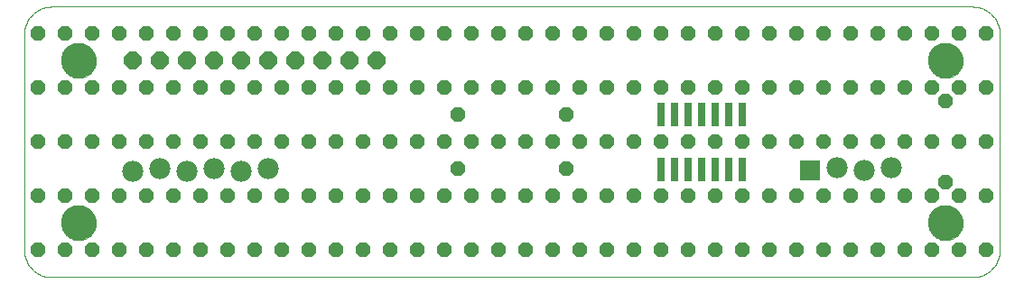
<source format=gbs>
G75*
G70*
%OFA0B0*%
%FSLAX24Y24*%
%IPPOS*%
%LPD*%
%AMOC8*
5,1,8,0,0,1.08239X$1,22.5*
%
%ADD10C,0.0000*%
%ADD11C,0.1300*%
%ADD12OC8,0.0560*%
%ADD13OC8,0.0640*%
%ADD14R,0.0280X0.0910*%
%ADD15R,0.0780X0.0780*%
%ADD16C,0.0780*%
D10*
X001811Y000100D02*
X035811Y000100D01*
X035871Y000102D01*
X035932Y000107D01*
X035991Y000116D01*
X036050Y000129D01*
X036109Y000145D01*
X036166Y000165D01*
X036221Y000188D01*
X036276Y000215D01*
X036328Y000244D01*
X036379Y000277D01*
X036428Y000313D01*
X036474Y000351D01*
X036518Y000393D01*
X036560Y000437D01*
X036598Y000483D01*
X036634Y000532D01*
X036667Y000583D01*
X036696Y000635D01*
X036723Y000690D01*
X036746Y000745D01*
X036766Y000802D01*
X036782Y000861D01*
X036795Y000920D01*
X036804Y000979D01*
X036809Y001040D01*
X036811Y001100D01*
X036811Y009100D01*
X036809Y009160D01*
X036804Y009221D01*
X036795Y009280D01*
X036782Y009339D01*
X036766Y009398D01*
X036746Y009455D01*
X036723Y009510D01*
X036696Y009565D01*
X036667Y009617D01*
X036634Y009668D01*
X036598Y009717D01*
X036560Y009763D01*
X036518Y009807D01*
X036474Y009849D01*
X036428Y009887D01*
X036379Y009923D01*
X036328Y009956D01*
X036276Y009985D01*
X036221Y010012D01*
X036166Y010035D01*
X036109Y010055D01*
X036050Y010071D01*
X035991Y010084D01*
X035932Y010093D01*
X035871Y010098D01*
X035811Y010100D01*
X001811Y010100D01*
X001751Y010098D01*
X001690Y010093D01*
X001631Y010084D01*
X001572Y010071D01*
X001513Y010055D01*
X001456Y010035D01*
X001401Y010012D01*
X001346Y009985D01*
X001294Y009956D01*
X001243Y009923D01*
X001194Y009887D01*
X001148Y009849D01*
X001104Y009807D01*
X001062Y009763D01*
X001024Y009717D01*
X000988Y009668D01*
X000955Y009617D01*
X000926Y009565D01*
X000899Y009510D01*
X000876Y009455D01*
X000856Y009398D01*
X000840Y009339D01*
X000827Y009280D01*
X000818Y009221D01*
X000813Y009160D01*
X000811Y009100D01*
X000811Y001100D01*
X000813Y001040D01*
X000818Y000979D01*
X000827Y000920D01*
X000840Y000861D01*
X000856Y000802D01*
X000876Y000745D01*
X000899Y000690D01*
X000926Y000635D01*
X000955Y000583D01*
X000988Y000532D01*
X001024Y000483D01*
X001062Y000437D01*
X001104Y000393D01*
X001148Y000351D01*
X001194Y000313D01*
X001243Y000277D01*
X001294Y000244D01*
X001346Y000215D01*
X001401Y000188D01*
X001456Y000165D01*
X001513Y000145D01*
X001572Y000129D01*
X001631Y000116D01*
X001690Y000107D01*
X001751Y000102D01*
X001811Y000100D01*
X002181Y002100D02*
X002183Y002150D01*
X002189Y002200D01*
X002199Y002249D01*
X002213Y002297D01*
X002230Y002344D01*
X002251Y002389D01*
X002276Y002433D01*
X002304Y002474D01*
X002336Y002513D01*
X002370Y002550D01*
X002407Y002584D01*
X002447Y002614D01*
X002489Y002641D01*
X002533Y002665D01*
X002579Y002686D01*
X002626Y002702D01*
X002674Y002715D01*
X002724Y002724D01*
X002773Y002729D01*
X002824Y002730D01*
X002874Y002727D01*
X002923Y002720D01*
X002972Y002709D01*
X003020Y002694D01*
X003066Y002676D01*
X003111Y002654D01*
X003154Y002628D01*
X003195Y002599D01*
X003234Y002567D01*
X003270Y002532D01*
X003302Y002494D01*
X003332Y002454D01*
X003359Y002411D01*
X003382Y002367D01*
X003401Y002321D01*
X003417Y002273D01*
X003429Y002224D01*
X003437Y002175D01*
X003441Y002125D01*
X003441Y002075D01*
X003437Y002025D01*
X003429Y001976D01*
X003417Y001927D01*
X003401Y001879D01*
X003382Y001833D01*
X003359Y001789D01*
X003332Y001746D01*
X003302Y001706D01*
X003270Y001668D01*
X003234Y001633D01*
X003195Y001601D01*
X003154Y001572D01*
X003111Y001546D01*
X003066Y001524D01*
X003020Y001506D01*
X002972Y001491D01*
X002923Y001480D01*
X002874Y001473D01*
X002824Y001470D01*
X002773Y001471D01*
X002724Y001476D01*
X002674Y001485D01*
X002626Y001498D01*
X002579Y001514D01*
X002533Y001535D01*
X002489Y001559D01*
X002447Y001586D01*
X002407Y001616D01*
X002370Y001650D01*
X002336Y001687D01*
X002304Y001726D01*
X002276Y001767D01*
X002251Y001811D01*
X002230Y001856D01*
X002213Y001903D01*
X002199Y001951D01*
X002189Y002000D01*
X002183Y002050D01*
X002181Y002100D01*
X002181Y008100D02*
X002183Y008150D01*
X002189Y008200D01*
X002199Y008249D01*
X002213Y008297D01*
X002230Y008344D01*
X002251Y008389D01*
X002276Y008433D01*
X002304Y008474D01*
X002336Y008513D01*
X002370Y008550D01*
X002407Y008584D01*
X002447Y008614D01*
X002489Y008641D01*
X002533Y008665D01*
X002579Y008686D01*
X002626Y008702D01*
X002674Y008715D01*
X002724Y008724D01*
X002773Y008729D01*
X002824Y008730D01*
X002874Y008727D01*
X002923Y008720D01*
X002972Y008709D01*
X003020Y008694D01*
X003066Y008676D01*
X003111Y008654D01*
X003154Y008628D01*
X003195Y008599D01*
X003234Y008567D01*
X003270Y008532D01*
X003302Y008494D01*
X003332Y008454D01*
X003359Y008411D01*
X003382Y008367D01*
X003401Y008321D01*
X003417Y008273D01*
X003429Y008224D01*
X003437Y008175D01*
X003441Y008125D01*
X003441Y008075D01*
X003437Y008025D01*
X003429Y007976D01*
X003417Y007927D01*
X003401Y007879D01*
X003382Y007833D01*
X003359Y007789D01*
X003332Y007746D01*
X003302Y007706D01*
X003270Y007668D01*
X003234Y007633D01*
X003195Y007601D01*
X003154Y007572D01*
X003111Y007546D01*
X003066Y007524D01*
X003020Y007506D01*
X002972Y007491D01*
X002923Y007480D01*
X002874Y007473D01*
X002824Y007470D01*
X002773Y007471D01*
X002724Y007476D01*
X002674Y007485D01*
X002626Y007498D01*
X002579Y007514D01*
X002533Y007535D01*
X002489Y007559D01*
X002447Y007586D01*
X002407Y007616D01*
X002370Y007650D01*
X002336Y007687D01*
X002304Y007726D01*
X002276Y007767D01*
X002251Y007811D01*
X002230Y007856D01*
X002213Y007903D01*
X002199Y007951D01*
X002189Y008000D01*
X002183Y008050D01*
X002181Y008100D01*
X034181Y008100D02*
X034183Y008150D01*
X034189Y008200D01*
X034199Y008249D01*
X034213Y008297D01*
X034230Y008344D01*
X034251Y008389D01*
X034276Y008433D01*
X034304Y008474D01*
X034336Y008513D01*
X034370Y008550D01*
X034407Y008584D01*
X034447Y008614D01*
X034489Y008641D01*
X034533Y008665D01*
X034579Y008686D01*
X034626Y008702D01*
X034674Y008715D01*
X034724Y008724D01*
X034773Y008729D01*
X034824Y008730D01*
X034874Y008727D01*
X034923Y008720D01*
X034972Y008709D01*
X035020Y008694D01*
X035066Y008676D01*
X035111Y008654D01*
X035154Y008628D01*
X035195Y008599D01*
X035234Y008567D01*
X035270Y008532D01*
X035302Y008494D01*
X035332Y008454D01*
X035359Y008411D01*
X035382Y008367D01*
X035401Y008321D01*
X035417Y008273D01*
X035429Y008224D01*
X035437Y008175D01*
X035441Y008125D01*
X035441Y008075D01*
X035437Y008025D01*
X035429Y007976D01*
X035417Y007927D01*
X035401Y007879D01*
X035382Y007833D01*
X035359Y007789D01*
X035332Y007746D01*
X035302Y007706D01*
X035270Y007668D01*
X035234Y007633D01*
X035195Y007601D01*
X035154Y007572D01*
X035111Y007546D01*
X035066Y007524D01*
X035020Y007506D01*
X034972Y007491D01*
X034923Y007480D01*
X034874Y007473D01*
X034824Y007470D01*
X034773Y007471D01*
X034724Y007476D01*
X034674Y007485D01*
X034626Y007498D01*
X034579Y007514D01*
X034533Y007535D01*
X034489Y007559D01*
X034447Y007586D01*
X034407Y007616D01*
X034370Y007650D01*
X034336Y007687D01*
X034304Y007726D01*
X034276Y007767D01*
X034251Y007811D01*
X034230Y007856D01*
X034213Y007903D01*
X034199Y007951D01*
X034189Y008000D01*
X034183Y008050D01*
X034181Y008100D01*
X034181Y002100D02*
X034183Y002150D01*
X034189Y002200D01*
X034199Y002249D01*
X034213Y002297D01*
X034230Y002344D01*
X034251Y002389D01*
X034276Y002433D01*
X034304Y002474D01*
X034336Y002513D01*
X034370Y002550D01*
X034407Y002584D01*
X034447Y002614D01*
X034489Y002641D01*
X034533Y002665D01*
X034579Y002686D01*
X034626Y002702D01*
X034674Y002715D01*
X034724Y002724D01*
X034773Y002729D01*
X034824Y002730D01*
X034874Y002727D01*
X034923Y002720D01*
X034972Y002709D01*
X035020Y002694D01*
X035066Y002676D01*
X035111Y002654D01*
X035154Y002628D01*
X035195Y002599D01*
X035234Y002567D01*
X035270Y002532D01*
X035302Y002494D01*
X035332Y002454D01*
X035359Y002411D01*
X035382Y002367D01*
X035401Y002321D01*
X035417Y002273D01*
X035429Y002224D01*
X035437Y002175D01*
X035441Y002125D01*
X035441Y002075D01*
X035437Y002025D01*
X035429Y001976D01*
X035417Y001927D01*
X035401Y001879D01*
X035382Y001833D01*
X035359Y001789D01*
X035332Y001746D01*
X035302Y001706D01*
X035270Y001668D01*
X035234Y001633D01*
X035195Y001601D01*
X035154Y001572D01*
X035111Y001546D01*
X035066Y001524D01*
X035020Y001506D01*
X034972Y001491D01*
X034923Y001480D01*
X034874Y001473D01*
X034824Y001470D01*
X034773Y001471D01*
X034724Y001476D01*
X034674Y001485D01*
X034626Y001498D01*
X034579Y001514D01*
X034533Y001535D01*
X034489Y001559D01*
X034447Y001586D01*
X034407Y001616D01*
X034370Y001650D01*
X034336Y001687D01*
X034304Y001726D01*
X034276Y001767D01*
X034251Y001811D01*
X034230Y001856D01*
X034213Y001903D01*
X034199Y001951D01*
X034189Y002000D01*
X034183Y002050D01*
X034181Y002100D01*
D11*
X034811Y002100D03*
X034811Y008100D03*
X002811Y008100D03*
X002811Y002100D03*
D12*
X003311Y001100D03*
X002311Y001100D03*
X001311Y001100D03*
X004311Y001100D03*
X005311Y001100D03*
X006311Y001100D03*
X007311Y001100D03*
X008311Y001100D03*
X009311Y001100D03*
X010311Y001100D03*
X011311Y001100D03*
X012311Y001100D03*
X013311Y001100D03*
X014311Y001100D03*
X015311Y001100D03*
X016311Y001100D03*
X017311Y001100D03*
X018311Y001100D03*
X019311Y001100D03*
X020311Y001100D03*
X021311Y001100D03*
X022311Y001100D03*
X023311Y001100D03*
X024311Y001100D03*
X025311Y001100D03*
X026311Y001100D03*
X027311Y001100D03*
X028311Y001100D03*
X029311Y001100D03*
X030311Y001100D03*
X031311Y001100D03*
X032311Y001100D03*
X033311Y001100D03*
X034311Y001100D03*
X035311Y001100D03*
X036311Y001100D03*
X036311Y003100D03*
X035311Y003100D03*
X034311Y003100D03*
X033311Y003100D03*
X032311Y003100D03*
X031311Y003100D03*
X030311Y003100D03*
X029311Y003100D03*
X028311Y003100D03*
X027311Y003100D03*
X026311Y003100D03*
X025311Y003100D03*
X024311Y003100D03*
X023311Y003100D03*
X022311Y003100D03*
X021311Y003100D03*
X020311Y003100D03*
X019311Y003100D03*
X018311Y003100D03*
X017311Y003100D03*
X016311Y003100D03*
X015311Y003100D03*
X014311Y003100D03*
X013311Y003100D03*
X012311Y003100D03*
X011311Y003100D03*
X010311Y003100D03*
X009311Y003100D03*
X008311Y003100D03*
X007311Y003100D03*
X006311Y003100D03*
X005311Y003100D03*
X004311Y003100D03*
X003311Y003100D03*
X002311Y003100D03*
X001311Y003100D03*
X001311Y005100D03*
X002311Y005100D03*
X003311Y005100D03*
X004311Y005100D03*
X005311Y005100D03*
X006311Y005100D03*
X007311Y005100D03*
X008311Y005100D03*
X009311Y005100D03*
X010311Y005100D03*
X011311Y005100D03*
X012311Y005100D03*
X013311Y005100D03*
X014311Y005100D03*
X015311Y005100D03*
X016311Y005100D03*
X017311Y005100D03*
X018311Y005100D03*
X019311Y005100D03*
X020311Y005100D03*
X021311Y005100D03*
X022311Y005100D03*
X023311Y005100D03*
X024311Y005100D03*
X025311Y005100D03*
X026311Y005100D03*
X027311Y005100D03*
X028311Y005100D03*
X029311Y005100D03*
X030311Y005100D03*
X031311Y005100D03*
X032311Y005100D03*
X033311Y005100D03*
X034311Y005100D03*
X035311Y005100D03*
X036311Y005100D03*
X034811Y006600D03*
X035311Y007100D03*
X036311Y007100D03*
X034311Y007100D03*
X033311Y007100D03*
X032311Y007100D03*
X031311Y007100D03*
X030311Y007100D03*
X029311Y007100D03*
X028311Y007100D03*
X027311Y007100D03*
X026311Y007100D03*
X025311Y007100D03*
X024311Y007100D03*
X023311Y007100D03*
X022311Y007100D03*
X021311Y007100D03*
X020311Y007100D03*
X019311Y007100D03*
X018311Y007100D03*
X017311Y007100D03*
X016311Y007100D03*
X015311Y007100D03*
X014311Y007100D03*
X013311Y007100D03*
X012311Y007100D03*
X011311Y007100D03*
X010311Y007100D03*
X009311Y007100D03*
X008311Y007100D03*
X007311Y007100D03*
X006311Y007100D03*
X005311Y007100D03*
X004311Y007100D03*
X003311Y007100D03*
X002311Y007100D03*
X001311Y007100D03*
X001311Y009100D03*
X002311Y009100D03*
X003311Y009100D03*
X004311Y009100D03*
X005311Y009100D03*
X006311Y009100D03*
X007311Y009100D03*
X008311Y009100D03*
X009311Y009100D03*
X010311Y009100D03*
X011311Y009100D03*
X012311Y009100D03*
X013311Y009100D03*
X014311Y009100D03*
X015311Y009100D03*
X016311Y009100D03*
X017311Y009100D03*
X018311Y009100D03*
X019311Y009100D03*
X020311Y009100D03*
X021311Y009100D03*
X022311Y009100D03*
X023311Y009100D03*
X024311Y009100D03*
X025311Y009100D03*
X026311Y009100D03*
X027311Y009100D03*
X028311Y009100D03*
X029311Y009100D03*
X030311Y009100D03*
X031311Y009100D03*
X032311Y009100D03*
X033311Y009100D03*
X034311Y009100D03*
X035311Y009100D03*
X036311Y009100D03*
X020811Y006100D03*
X016811Y006100D03*
X016811Y004100D03*
X020811Y004100D03*
X034811Y003600D03*
D13*
X013811Y008100D03*
X012811Y008100D03*
X011811Y008100D03*
X010811Y008100D03*
X009811Y008100D03*
X008811Y008100D03*
X007811Y008100D03*
X006811Y008100D03*
X005811Y008100D03*
X004811Y008100D03*
D14*
X024311Y006125D03*
X024811Y006125D03*
X025311Y006125D03*
X025811Y006125D03*
X026311Y006125D03*
X026811Y006125D03*
X027311Y006125D03*
X027311Y004075D03*
X026811Y004075D03*
X026311Y004075D03*
X025811Y004075D03*
X025311Y004075D03*
X024811Y004075D03*
X024311Y004075D03*
D15*
X029811Y004050D03*
D16*
X030811Y004150D03*
X031811Y004050D03*
X032811Y004150D03*
X009811Y004100D03*
X008811Y004000D03*
X007811Y004100D03*
X006811Y004000D03*
X005811Y004100D03*
X004811Y004000D03*
M02*

</source>
